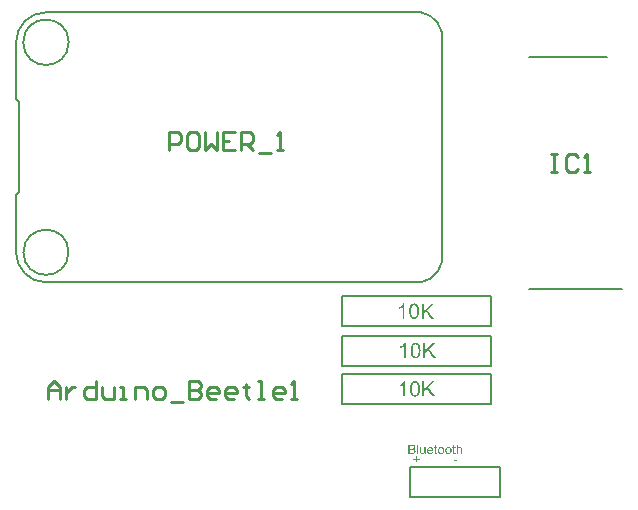
<source format=gto>
G04*
G04 #@! TF.GenerationSoftware,Altium Limited,Altium Designer,20.2.6 (244)*
G04*
G04 Layer_Color=65535*
%FSLAX43Y43*%
%MOMM*%
G71*
G04*
G04 #@! TF.SameCoordinates,70A9E041-225B-441C-BFEB-4F53169E124C*
G04*
G04*
G04 #@! TF.FilePolarity,Positive*
G04*
G01*
G75*
%ADD10C,0.127*%
%ADD11C,0.200*%
%ADD12C,0.254*%
G36*
X38167Y14370D02*
X38728Y13610D01*
X38504D01*
X38048Y14256D01*
X37839Y14054D01*
Y13610D01*
X37670D01*
Y14890D01*
X37839D01*
Y14255D01*
X38474Y14890D01*
X38705D01*
X38167Y14370D01*
D02*
G37*
G36*
X36217Y13610D02*
X36059D01*
Y14611D01*
X36059Y14610D01*
X36057Y14608D01*
X36054Y14605D01*
X36049Y14601D01*
X36044Y14597D01*
X36036Y14590D01*
X36028Y14584D01*
X36020Y14576D01*
X36009Y14569D01*
X35997Y14560D01*
X35985Y14551D01*
X35973Y14541D01*
X35958Y14532D01*
X35943Y14522D01*
X35910Y14502D01*
X35909Y14501D01*
X35906Y14499D01*
X35900Y14496D01*
X35894Y14493D01*
X35887Y14489D01*
X35877Y14483D01*
X35866Y14477D01*
X35855Y14471D01*
X35829Y14458D01*
X35801Y14445D01*
X35773Y14432D01*
X35745Y14421D01*
Y14573D01*
X35747Y14574D01*
X35751Y14576D01*
X35758Y14579D01*
X35767Y14584D01*
X35778Y14589D01*
X35792Y14597D01*
X35807Y14605D01*
X35823Y14614D01*
X35840Y14625D01*
X35859Y14637D01*
X35898Y14662D01*
X35937Y14691D01*
X35975Y14723D01*
X35976Y14723D01*
X35980Y14726D01*
X35985Y14731D01*
X35991Y14737D01*
X35999Y14746D01*
X36009Y14755D01*
X36019Y14766D01*
X36030Y14777D01*
X36041Y14790D01*
X36053Y14804D01*
X36076Y14833D01*
X36097Y14863D01*
X36107Y14879D01*
X36115Y14894D01*
X36217D01*
Y13610D01*
D02*
G37*
G36*
X37053Y14894D02*
X37062D01*
X37073Y14893D01*
X37084Y14891D01*
X37097Y14889D01*
X37125Y14884D01*
X37155Y14877D01*
X37186Y14867D01*
X37201Y14860D01*
X37216Y14853D01*
X37217D01*
X37220Y14851D01*
X37223Y14848D01*
X37229Y14845D01*
X37235Y14841D01*
X37243Y14835D01*
X37252Y14830D01*
X37261Y14822D01*
X37282Y14806D01*
X37303Y14784D01*
X37324Y14760D01*
X37344Y14733D01*
X37345Y14732D01*
X37346Y14729D01*
X37348Y14724D01*
X37352Y14719D01*
X37357Y14711D01*
X37361Y14702D01*
X37367Y14692D01*
X37372Y14680D01*
X37379Y14667D01*
X37385Y14652D01*
X37392Y14637D01*
X37399Y14620D01*
X37406Y14602D01*
X37411Y14584D01*
X37418Y14563D01*
X37423Y14543D01*
Y14542D01*
X37424Y14538D01*
X37426Y14532D01*
X37428Y14523D01*
X37430Y14512D01*
X37432Y14498D01*
X37435Y14482D01*
X37438Y14464D01*
X37441Y14443D01*
X37444Y14420D01*
X37446Y14395D01*
X37448Y14368D01*
X37450Y14340D01*
X37452Y14308D01*
X37453Y14276D01*
Y14241D01*
Y14240D01*
Y14238D01*
Y14235D01*
Y14231D01*
Y14226D01*
Y14220D01*
X37452Y14212D01*
Y14204D01*
X37451Y14184D01*
X37450Y14162D01*
X37449Y14138D01*
X37447Y14111D01*
X37444Y14083D01*
X37442Y14053D01*
X37433Y13993D01*
X37428Y13963D01*
X37421Y13933D01*
X37414Y13904D01*
X37406Y13877D01*
X37405Y13876D01*
X37404Y13871D01*
X37401Y13865D01*
X37397Y13854D01*
X37392Y13843D01*
X37386Y13829D01*
X37379Y13815D01*
X37371Y13799D01*
X37362Y13782D01*
X37351Y13765D01*
X37340Y13747D01*
X37328Y13729D01*
X37314Y13711D01*
X37299Y13694D01*
X37284Y13679D01*
X37267Y13664D01*
X37266Y13663D01*
X37262Y13661D01*
X37258Y13657D01*
X37250Y13652D01*
X37241Y13646D01*
X37231Y13640D01*
X37218Y13633D01*
X37204Y13627D01*
X37187Y13620D01*
X37170Y13613D01*
X37151Y13607D01*
X37131Y13601D01*
X37109Y13596D01*
X37086Y13593D01*
X37062Y13590D01*
X37036Y13589D01*
X37027D01*
X37018Y13590D01*
X37005Y13591D01*
X36990Y13593D01*
X36971Y13596D01*
X36952Y13600D01*
X36929Y13606D01*
X36906Y13612D01*
X36883Y13621D01*
X36859Y13632D01*
X36834Y13644D01*
X36810Y13659D01*
X36787Y13677D01*
X36765Y13697D01*
X36745Y13720D01*
Y13721D01*
X36744Y13722D01*
X36742Y13725D01*
X36739Y13728D01*
X36736Y13732D01*
X36733Y13738D01*
X36729Y13743D01*
X36725Y13751D01*
X36721Y13759D01*
X36715Y13768D01*
X36710Y13779D01*
X36705Y13790D01*
X36699Y13803D01*
X36694Y13816D01*
X36687Y13830D01*
X36682Y13845D01*
X36676Y13862D01*
X36670Y13879D01*
X36664Y13898D01*
X36659Y13918D01*
X36653Y13938D01*
X36648Y13961D01*
X36643Y13983D01*
X36638Y14008D01*
X36635Y14033D01*
X36631Y14059D01*
X36627Y14086D01*
X36624Y14115D01*
X36622Y14145D01*
X36621Y14175D01*
X36619Y14208D01*
Y14241D01*
Y14242D01*
Y14244D01*
Y14246D01*
Y14251D01*
Y14257D01*
Y14263D01*
X36620Y14270D01*
Y14279D01*
X36621Y14297D01*
X36622Y14319D01*
X36622Y14344D01*
X36624Y14371D01*
X36627Y14400D01*
X36630Y14429D01*
X36638Y14490D01*
X36644Y14521D01*
X36650Y14551D01*
X36657Y14579D01*
X36665Y14606D01*
X36666Y14608D01*
X36667Y14612D01*
X36670Y14619D01*
X36673Y14629D01*
X36679Y14640D01*
X36684Y14654D01*
X36692Y14669D01*
X36700Y14685D01*
X36708Y14701D01*
X36720Y14719D01*
X36731Y14737D01*
X36743Y14755D01*
X36757Y14772D01*
X36771Y14789D01*
X36787Y14805D01*
X36804Y14820D01*
X36805Y14821D01*
X36808Y14823D01*
X36813Y14827D01*
X36820Y14832D01*
X36830Y14837D01*
X36841Y14844D01*
X36853Y14850D01*
X36868Y14858D01*
X36883Y14864D01*
X36901Y14870D01*
X36920Y14877D01*
X36941Y14882D01*
X36963Y14888D01*
X36986Y14892D01*
X37010Y14894D01*
X37036Y14894D01*
X37046D01*
X37053Y14894D01*
D02*
G37*
G36*
X37882Y5477D02*
X37795D01*
Y5561D01*
X37794Y5560D01*
X37792Y5557D01*
X37788Y5552D01*
X37782Y5546D01*
X37776Y5539D01*
X37767Y5531D01*
X37758Y5522D01*
X37746Y5513D01*
X37734Y5504D01*
X37720Y5495D01*
X37705Y5486D01*
X37689Y5479D01*
X37671Y5473D01*
X37652Y5468D01*
X37633Y5465D01*
X37611Y5464D01*
X37606D01*
X37603Y5465D01*
X37598D01*
X37593Y5465D01*
X37586Y5466D01*
X37580Y5466D01*
X37565Y5469D01*
X37549Y5472D01*
X37532Y5477D01*
X37515Y5483D01*
X37515D01*
X37514Y5484D01*
X37511Y5485D01*
X37508Y5486D01*
X37505Y5488D01*
X37501Y5490D01*
X37491Y5496D01*
X37480Y5504D01*
X37469Y5512D01*
X37459Y5522D01*
X37450Y5532D01*
Y5533D01*
X37449Y5533D01*
X37448Y5535D01*
X37446Y5537D01*
X37445Y5540D01*
X37443Y5544D01*
X37438Y5552D01*
X37433Y5563D01*
X37428Y5576D01*
X37424Y5590D01*
X37420Y5605D01*
Y5606D01*
Y5606D01*
X37419Y5608D01*
X37419Y5611D01*
Y5614D01*
X37418Y5618D01*
X37417Y5622D01*
X37417Y5628D01*
X37416Y5633D01*
X37416Y5640D01*
X37415Y5648D01*
Y5656D01*
X37415Y5665D01*
X37414Y5674D01*
Y5685D01*
Y5696D01*
Y6055D01*
X37512D01*
Y5734D01*
Y5733D01*
Y5730D01*
Y5726D01*
Y5722D01*
Y5715D01*
X37513Y5708D01*
Y5700D01*
Y5692D01*
X37513Y5675D01*
X37514Y5658D01*
X37515Y5650D01*
X37516Y5643D01*
X37517Y5636D01*
X37518Y5631D01*
Y5630D01*
X37518Y5629D01*
X37519Y5627D01*
X37520Y5624D01*
X37521Y5621D01*
X37522Y5617D01*
X37526Y5609D01*
X37532Y5599D01*
X37538Y5588D01*
X37547Y5579D01*
X37557Y5570D01*
X37558D01*
X37558Y5569D01*
X37560Y5568D01*
X37562Y5567D01*
X37565Y5565D01*
X37569Y5563D01*
X37578Y5559D01*
X37588Y5555D01*
X37601Y5552D01*
X37615Y5549D01*
X37631Y5548D01*
X37635D01*
X37638Y5549D01*
X37642D01*
X37647Y5549D01*
X37652Y5550D01*
X37657Y5551D01*
X37670Y5554D01*
X37684Y5557D01*
X37699Y5563D01*
X37713Y5571D01*
X37714D01*
X37715Y5572D01*
X37717Y5573D01*
X37720Y5575D01*
X37727Y5580D01*
X37735Y5587D01*
X37744Y5595D01*
X37752Y5606D01*
X37761Y5618D01*
X37768Y5632D01*
Y5632D01*
X37769Y5633D01*
X37770Y5636D01*
X37770Y5639D01*
X37772Y5643D01*
X37773Y5648D01*
X37774Y5654D01*
X37776Y5661D01*
X37778Y5668D01*
X37779Y5677D01*
X37781Y5686D01*
X37782Y5696D01*
X37782Y5707D01*
X37784Y5719D01*
X37784Y5731D01*
Y5745D01*
Y6055D01*
X37882D01*
Y5477D01*
D02*
G37*
G36*
X40612Y5988D02*
X40613Y5989D01*
X40615Y5992D01*
X40619Y5996D01*
X40624Y6001D01*
X40631Y6007D01*
X40639Y6013D01*
X40649Y6020D01*
X40660Y6028D01*
X40672Y6035D01*
X40685Y6042D01*
X40699Y6049D01*
X40714Y6055D01*
X40731Y6060D01*
X40748Y6064D01*
X40766Y6066D01*
X40785Y6068D01*
X40792D01*
X40796Y6067D01*
X40801D01*
X40808Y6066D01*
X40815Y6065D01*
X40823Y6065D01*
X40841Y6061D01*
X40859Y6057D01*
X40878Y6051D01*
X40887Y6047D01*
X40897Y6042D01*
X40897D01*
X40899Y6041D01*
X40901Y6039D01*
X40905Y6038D01*
X40908Y6035D01*
X40913Y6032D01*
X40923Y6024D01*
X40934Y6014D01*
X40946Y6002D01*
X40956Y5988D01*
X40961Y5980D01*
X40965Y5972D01*
Y5971D01*
X40966Y5970D01*
X40966Y5967D01*
X40968Y5964D01*
X40969Y5959D01*
X40971Y5953D01*
X40973Y5947D01*
X40975Y5939D01*
X40977Y5930D01*
X40979Y5921D01*
X40981Y5910D01*
X40982Y5899D01*
X40984Y5886D01*
X40984Y5873D01*
X40985Y5858D01*
Y5843D01*
Y5477D01*
X40887D01*
Y5843D01*
Y5843D01*
Y5846D01*
Y5850D01*
X40887Y5855D01*
X40886Y5861D01*
X40886Y5868D01*
X40884Y5876D01*
X40883Y5884D01*
X40879Y5901D01*
X40874Y5919D01*
X40870Y5927D01*
X40866Y5935D01*
X40861Y5943D01*
X40855Y5949D01*
X40854Y5950D01*
X40853Y5951D01*
X40852Y5952D01*
X40849Y5955D01*
X40846Y5957D01*
X40842Y5960D01*
X40837Y5963D01*
X40832Y5967D01*
X40826Y5970D01*
X40819Y5972D01*
X40812Y5975D01*
X40804Y5978D01*
X40795Y5981D01*
X40786Y5982D01*
X40775Y5983D01*
X40765Y5983D01*
X40761D01*
X40758Y5983D01*
X40754D01*
X40749Y5982D01*
X40744Y5982D01*
X40739Y5981D01*
X40726Y5978D01*
X40712Y5974D01*
X40697Y5968D01*
X40683Y5960D01*
X40682D01*
X40681Y5959D01*
X40679Y5958D01*
X40676Y5956D01*
X40670Y5951D01*
X40662Y5944D01*
X40653Y5936D01*
X40644Y5925D01*
X40635Y5913D01*
X40628Y5899D01*
Y5899D01*
X40628Y5898D01*
X40627Y5895D01*
X40626Y5892D01*
X40625Y5888D01*
X40623Y5884D01*
X40622Y5878D01*
X40620Y5872D01*
X40619Y5864D01*
X40618Y5856D01*
X40616Y5847D01*
X40615Y5838D01*
X40614Y5828D01*
X40613Y5817D01*
X40612Y5805D01*
Y5793D01*
Y5477D01*
X40514D01*
Y6275D01*
X40612D01*
Y5988D01*
D02*
G37*
G36*
X37265Y5477D02*
X37167D01*
Y6275D01*
X37265D01*
Y5477D01*
D02*
G37*
G36*
X36748Y6274D02*
X36756D01*
X36764Y6273D01*
X36775Y6272D01*
X36785Y6272D01*
X36797Y6270D01*
X36809Y6269D01*
X36833Y6264D01*
X36857Y6258D01*
X36869Y6254D01*
X36879Y6250D01*
X36880D01*
X36881Y6249D01*
X36884Y6248D01*
X36888Y6245D01*
X36893Y6243D01*
X36898Y6239D01*
X36904Y6236D01*
X36911Y6231D01*
X36918Y6227D01*
X36925Y6221D01*
X36931Y6215D01*
X36939Y6208D01*
X36946Y6201D01*
X36953Y6193D01*
X36959Y6185D01*
X36965Y6175D01*
X36966Y6175D01*
X36967Y6173D01*
X36968Y6170D01*
X36971Y6167D01*
X36973Y6162D01*
X36975Y6156D01*
X36978Y6151D01*
X36982Y6144D01*
X36984Y6136D01*
X36987Y6128D01*
X36992Y6110D01*
X36996Y6090D01*
X36997Y6080D01*
X36997Y6070D01*
Y6069D01*
Y6068D01*
Y6065D01*
X36997Y6061D01*
Y6057D01*
X36995Y6051D01*
X36995Y6045D01*
X36994Y6039D01*
X36990Y6024D01*
X36985Y6008D01*
X36982Y5999D01*
X36978Y5991D01*
X36974Y5982D01*
X36969Y5974D01*
X36968Y5973D01*
X36968Y5972D01*
X36966Y5970D01*
X36964Y5966D01*
X36961Y5962D01*
X36957Y5958D01*
X36953Y5953D01*
X36948Y5948D01*
X36942Y5942D01*
X36937Y5936D01*
X36930Y5930D01*
X36922Y5924D01*
X36914Y5918D01*
X36905Y5912D01*
X36896Y5906D01*
X36885Y5901D01*
X36886D01*
X36889Y5900D01*
X36892Y5899D01*
X36897Y5897D01*
X36903Y5895D01*
X36910Y5892D01*
X36918Y5888D01*
X36926Y5884D01*
X36935Y5879D01*
X36945Y5874D01*
X36954Y5868D01*
X36963Y5861D01*
X36972Y5854D01*
X36981Y5846D01*
X36989Y5838D01*
X36997Y5828D01*
X36997Y5828D01*
X36998Y5826D01*
X37000Y5823D01*
X37003Y5819D01*
X37006Y5815D01*
X37009Y5809D01*
X37013Y5802D01*
X37016Y5794D01*
X37020Y5786D01*
X37024Y5776D01*
X37027Y5767D01*
X37029Y5756D01*
X37032Y5745D01*
X37034Y5733D01*
X37035Y5721D01*
X37036Y5708D01*
Y5707D01*
Y5706D01*
Y5702D01*
X37035Y5698D01*
Y5693D01*
X37035Y5688D01*
X37034Y5681D01*
X37033Y5674D01*
X37030Y5658D01*
X37025Y5640D01*
X37020Y5621D01*
X37012Y5603D01*
Y5602D01*
X37010Y5601D01*
X37009Y5598D01*
X37008Y5595D01*
X37005Y5591D01*
X37002Y5586D01*
X36995Y5576D01*
X36987Y5564D01*
X36977Y5552D01*
X36966Y5539D01*
X36953Y5529D01*
X36953D01*
X36952Y5528D01*
X36950Y5527D01*
X36947Y5525D01*
X36944Y5523D01*
X36939Y5520D01*
X36935Y5518D01*
X36930Y5515D01*
X36923Y5511D01*
X36917Y5508D01*
X36902Y5501D01*
X36885Y5496D01*
X36866Y5490D01*
X36866D01*
X36864Y5489D01*
X36861Y5489D01*
X36857Y5488D01*
X36852Y5487D01*
X36846Y5486D01*
X36839Y5485D01*
X36831Y5484D01*
X36822Y5482D01*
X36812Y5481D01*
X36801Y5480D01*
X36790Y5479D01*
X36778Y5478D01*
X36765Y5477D01*
X36752Y5477D01*
X36434D01*
Y6275D01*
X36741D01*
X36748Y6274D01*
D02*
G37*
G36*
X40321Y6055D02*
X40419D01*
Y5979D01*
X40321D01*
Y5640D01*
Y5640D01*
Y5639D01*
Y5636D01*
Y5633D01*
Y5627D01*
X40322Y5618D01*
X40322Y5609D01*
X40323Y5600D01*
X40324Y5593D01*
X40325Y5590D01*
X40326Y5587D01*
Y5586D01*
X40327Y5585D01*
X40328Y5583D01*
X40330Y5580D01*
X40335Y5574D01*
X40338Y5571D01*
X40342Y5568D01*
X40343D01*
X40345Y5567D01*
X40347Y5565D01*
X40351Y5564D01*
X40356Y5563D01*
X40361Y5562D01*
X40368Y5561D01*
X40376Y5561D01*
X40382D01*
X40387Y5561D01*
X40393D01*
X40401Y5563D01*
X40409Y5563D01*
X40419Y5564D01*
X40433Y5478D01*
X40432D01*
X40431Y5477D01*
X40429D01*
X40426Y5477D01*
X40423Y5476D01*
X40418Y5475D01*
X40408Y5474D01*
X40397Y5472D01*
X40384Y5470D01*
X40371Y5470D01*
X40359Y5469D01*
X40350D01*
X40345Y5470D01*
X40340Y5470D01*
X40329Y5471D01*
X40315Y5473D01*
X40302Y5476D01*
X40288Y5480D01*
X40276Y5486D01*
X40276D01*
X40275Y5486D01*
X40272Y5489D01*
X40266Y5493D01*
X40260Y5497D01*
X40253Y5504D01*
X40246Y5511D01*
X40240Y5520D01*
X40235Y5530D01*
Y5530D01*
X40234Y5531D01*
X40234Y5533D01*
X40233Y5535D01*
X40232Y5539D01*
X40231Y5543D01*
X40230Y5548D01*
X40229Y5554D01*
X40228Y5562D01*
X40227Y5570D01*
X40226Y5580D01*
X40225Y5590D01*
X40224Y5602D01*
X40224Y5615D01*
X40223Y5630D01*
Y5646D01*
Y5979D01*
X40150D01*
Y6055D01*
X40223D01*
Y6198D01*
X40321Y6257D01*
Y6055D01*
D02*
G37*
G36*
X38772D02*
X38869D01*
Y5979D01*
X38772D01*
Y5640D01*
Y5640D01*
Y5639D01*
Y5636D01*
Y5633D01*
Y5627D01*
X38772Y5618D01*
X38773Y5609D01*
X38774Y5600D01*
X38775Y5593D01*
X38776Y5590D01*
X38776Y5587D01*
Y5586D01*
X38778Y5585D01*
X38779Y5583D01*
X38781Y5580D01*
X38786Y5574D01*
X38789Y5571D01*
X38793Y5568D01*
X38794D01*
X38796Y5567D01*
X38798Y5565D01*
X38802Y5564D01*
X38806Y5563D01*
X38812Y5562D01*
X38819Y5561D01*
X38827Y5561D01*
X38833D01*
X38838Y5561D01*
X38844D01*
X38851Y5563D01*
X38860Y5563D01*
X38869Y5564D01*
X38884Y5478D01*
X38883D01*
X38882Y5477D01*
X38880D01*
X38877Y5477D01*
X38873Y5476D01*
X38869Y5475D01*
X38859Y5474D01*
X38847Y5472D01*
X38835Y5470D01*
X38822Y5470D01*
X38809Y5469D01*
X38801D01*
X38796Y5470D01*
X38791Y5470D01*
X38779Y5471D01*
X38766Y5473D01*
X38752Y5476D01*
X38739Y5480D01*
X38727Y5486D01*
X38726D01*
X38726Y5486D01*
X38722Y5489D01*
X38717Y5493D01*
X38711Y5497D01*
X38704Y5504D01*
X38697Y5511D01*
X38691Y5520D01*
X38685Y5530D01*
Y5530D01*
X38685Y5531D01*
X38684Y5533D01*
X38684Y5535D01*
X38682Y5539D01*
X38682Y5543D01*
X38681Y5548D01*
X38680Y5554D01*
X38678Y5562D01*
X38677Y5570D01*
X38677Y5580D01*
X38676Y5590D01*
X38675Y5602D01*
X38674Y5615D01*
X38674Y5630D01*
Y5646D01*
Y5979D01*
X38601D01*
Y6055D01*
X38674D01*
Y6198D01*
X38772Y6257D01*
Y6055D01*
D02*
G37*
G36*
X39830Y6067D02*
X39839Y6066D01*
X39849Y6065D01*
X39860Y6064D01*
X39874Y6061D01*
X39888Y6058D01*
X39903Y6054D01*
X39919Y6049D01*
X39935Y6042D01*
X39952Y6035D01*
X39968Y6026D01*
X39984Y6015D01*
X39999Y6003D01*
X40014Y5989D01*
X40015Y5988D01*
X40017Y5986D01*
X40021Y5981D01*
X40026Y5975D01*
X40032Y5967D01*
X40038Y5957D01*
X40045Y5946D01*
X40052Y5933D01*
X40059Y5918D01*
X40066Y5902D01*
X40072Y5885D01*
X40078Y5865D01*
X40083Y5844D01*
X40086Y5823D01*
X40089Y5799D01*
X40090Y5774D01*
Y5773D01*
Y5772D01*
Y5771D01*
Y5769D01*
Y5763D01*
X40089Y5755D01*
X40089Y5746D01*
X40088Y5735D01*
X40087Y5723D01*
X40086Y5710D01*
X40084Y5696D01*
X40082Y5682D01*
X40079Y5667D01*
X40076Y5652D01*
X40071Y5638D01*
X40067Y5624D01*
X40062Y5611D01*
X40056Y5598D01*
X40055Y5598D01*
X40054Y5595D01*
X40052Y5592D01*
X40050Y5588D01*
X40046Y5582D01*
X40042Y5576D01*
X40037Y5569D01*
X40031Y5562D01*
X40025Y5554D01*
X40017Y5546D01*
X40009Y5538D01*
X40001Y5530D01*
X39991Y5522D01*
X39981Y5514D01*
X39970Y5506D01*
X39958Y5499D01*
X39958Y5499D01*
X39956Y5497D01*
X39952Y5496D01*
X39948Y5494D01*
X39941Y5491D01*
X39934Y5488D01*
X39926Y5485D01*
X39918Y5482D01*
X39907Y5478D01*
X39897Y5475D01*
X39885Y5472D01*
X39873Y5470D01*
X39860Y5467D01*
X39847Y5466D01*
X39833Y5465D01*
X39819Y5464D01*
X39814D01*
X39811Y5465D01*
X39807D01*
X39799Y5465D01*
X39788Y5466D01*
X39777Y5468D01*
X39764Y5470D01*
X39749Y5474D01*
X39734Y5478D01*
X39718Y5483D01*
X39701Y5489D01*
X39685Y5497D01*
X39669Y5505D01*
X39653Y5516D01*
X39637Y5527D01*
X39623Y5541D01*
X39622Y5542D01*
X39619Y5545D01*
X39616Y5549D01*
X39611Y5556D01*
X39606Y5564D01*
X39599Y5574D01*
X39593Y5585D01*
X39586Y5598D01*
X39579Y5613D01*
X39572Y5630D01*
X39566Y5648D01*
X39560Y5669D01*
X39555Y5691D01*
X39552Y5714D01*
X39549Y5739D01*
X39549Y5766D01*
Y5766D01*
Y5767D01*
Y5770D01*
Y5772D01*
X39549Y5776D01*
Y5781D01*
X39550Y5786D01*
Y5792D01*
X39550Y5798D01*
X39551Y5805D01*
X39553Y5820D01*
X39556Y5837D01*
X39559Y5855D01*
X39564Y5874D01*
X39570Y5894D01*
X39577Y5914D01*
X39586Y5933D01*
X39596Y5952D01*
X39608Y5971D01*
X39622Y5987D01*
X39637Y6003D01*
X39638Y6004D01*
X39641Y6006D01*
X39645Y6009D01*
X39651Y6013D01*
X39658Y6018D01*
X39667Y6023D01*
X39677Y6030D01*
X39688Y6035D01*
X39701Y6041D01*
X39715Y6047D01*
X39730Y6053D01*
X39746Y6058D01*
X39762Y6062D01*
X39780Y6065D01*
X39799Y6067D01*
X39819Y6068D01*
X39827D01*
X39830Y6067D01*
D02*
G37*
G36*
X39211D02*
X39219Y6066D01*
X39229Y6065D01*
X39241Y6064D01*
X39254Y6061D01*
X39268Y6058D01*
X39283Y6054D01*
X39299Y6049D01*
X39316Y6042D01*
X39332Y6035D01*
X39348Y6026D01*
X39364Y6015D01*
X39380Y6003D01*
X39394Y5989D01*
X39395Y5988D01*
X39397Y5986D01*
X39401Y5981D01*
X39406Y5975D01*
X39412Y5967D01*
X39418Y5957D01*
X39425Y5946D01*
X39432Y5933D01*
X39439Y5918D01*
X39446Y5902D01*
X39452Y5885D01*
X39458Y5865D01*
X39463Y5844D01*
X39467Y5823D01*
X39470Y5799D01*
X39470Y5774D01*
Y5773D01*
Y5772D01*
Y5771D01*
Y5769D01*
Y5763D01*
X39470Y5755D01*
X39469Y5746D01*
X39468Y5735D01*
X39467Y5723D01*
X39466Y5710D01*
X39464Y5696D01*
X39462Y5682D01*
X39459Y5667D01*
X39456Y5652D01*
X39452Y5638D01*
X39448Y5624D01*
X39442Y5611D01*
X39436Y5598D01*
X39436Y5598D01*
X39434Y5595D01*
X39433Y5592D01*
X39430Y5588D01*
X39426Y5582D01*
X39422Y5576D01*
X39417Y5569D01*
X39411Y5562D01*
X39405Y5554D01*
X39397Y5546D01*
X39389Y5538D01*
X39381Y5530D01*
X39372Y5522D01*
X39361Y5514D01*
X39350Y5506D01*
X39339Y5499D01*
X39338Y5499D01*
X39336Y5497D01*
X39332Y5496D01*
X39328Y5494D01*
X39321Y5491D01*
X39314Y5488D01*
X39306Y5485D01*
X39298Y5482D01*
X39287Y5478D01*
X39277Y5475D01*
X39265Y5472D01*
X39253Y5470D01*
X39240Y5467D01*
X39227Y5466D01*
X39214Y5465D01*
X39199Y5464D01*
X39194D01*
X39191Y5465D01*
X39188D01*
X39179Y5465D01*
X39169Y5466D01*
X39157Y5468D01*
X39144Y5470D01*
X39129Y5474D01*
X39114Y5478D01*
X39098Y5483D01*
X39081Y5489D01*
X39065Y5497D01*
X39049Y5505D01*
X39033Y5516D01*
X39017Y5527D01*
X39003Y5541D01*
X39002Y5542D01*
X39000Y5545D01*
X38996Y5549D01*
X38992Y5556D01*
X38986Y5564D01*
X38979Y5574D01*
X38973Y5585D01*
X38966Y5598D01*
X38959Y5613D01*
X38952Y5630D01*
X38946Y5648D01*
X38940Y5669D01*
X38936Y5691D01*
X38932Y5714D01*
X38929Y5739D01*
X38929Y5766D01*
Y5766D01*
Y5767D01*
Y5770D01*
Y5772D01*
X38929Y5776D01*
Y5781D01*
X38930Y5786D01*
Y5792D01*
X38930Y5798D01*
X38932Y5805D01*
X38933Y5820D01*
X38936Y5837D01*
X38940Y5855D01*
X38944Y5874D01*
X38951Y5894D01*
X38958Y5914D01*
X38966Y5933D01*
X38977Y5952D01*
X38988Y5971D01*
X39002Y5987D01*
X39017Y6003D01*
X39019Y6004D01*
X39021Y6006D01*
X39025Y6009D01*
X39031Y6013D01*
X39038Y6018D01*
X39047Y6023D01*
X39057Y6030D01*
X39068Y6035D01*
X39081Y6041D01*
X39095Y6047D01*
X39110Y6053D01*
X39126Y6058D01*
X39143Y6062D01*
X39160Y6065D01*
X39180Y6067D01*
X39199Y6068D01*
X39207D01*
X39211Y6067D01*
D02*
G37*
G36*
X38284D02*
X38292Y6066D01*
X38303Y6065D01*
X38313Y6064D01*
X38326Y6061D01*
X38340Y6058D01*
X38355Y6054D01*
X38370Y6049D01*
X38386Y6042D01*
X38402Y6034D01*
X38418Y6026D01*
X38433Y6015D01*
X38448Y6002D01*
X38462Y5989D01*
X38463Y5987D01*
X38466Y5985D01*
X38469Y5981D01*
X38474Y5974D01*
X38480Y5966D01*
X38486Y5956D01*
X38492Y5945D01*
X38499Y5932D01*
X38506Y5917D01*
X38513Y5900D01*
X38519Y5881D01*
X38525Y5862D01*
X38529Y5840D01*
X38533Y5817D01*
X38535Y5793D01*
X38536Y5767D01*
Y5766D01*
Y5765D01*
Y5763D01*
Y5760D01*
Y5756D01*
Y5752D01*
X38535Y5747D01*
Y5741D01*
X38104D01*
Y5740D01*
X38105Y5737D01*
Y5731D01*
X38106Y5725D01*
X38107Y5717D01*
X38108Y5708D01*
X38111Y5698D01*
X38113Y5687D01*
X38116Y5675D01*
X38120Y5663D01*
X38124Y5651D01*
X38129Y5639D01*
X38135Y5627D01*
X38142Y5616D01*
X38149Y5605D01*
X38158Y5595D01*
X38158Y5594D01*
X38160Y5593D01*
X38163Y5590D01*
X38166Y5587D01*
X38171Y5583D01*
X38177Y5579D01*
X38184Y5575D01*
X38191Y5570D01*
X38199Y5565D01*
X38209Y5561D01*
X38218Y5556D01*
X38229Y5553D01*
X38241Y5549D01*
X38253Y5547D01*
X38266Y5545D01*
X38279Y5545D01*
X38284D01*
X38288Y5545D01*
X38293Y5546D01*
X38298Y5546D01*
X38304Y5547D01*
X38311Y5548D01*
X38325Y5552D01*
X38341Y5557D01*
X38349Y5560D01*
X38356Y5564D01*
X38364Y5568D01*
X38371Y5573D01*
X38372Y5574D01*
X38373Y5574D01*
X38375Y5576D01*
X38377Y5578D01*
X38381Y5582D01*
X38384Y5585D01*
X38388Y5590D01*
X38393Y5595D01*
X38398Y5601D01*
X38403Y5608D01*
X38407Y5615D01*
X38413Y5623D01*
X38418Y5632D01*
X38422Y5642D01*
X38427Y5652D01*
X38432Y5664D01*
X38533Y5651D01*
Y5650D01*
X38531Y5647D01*
X38530Y5642D01*
X38528Y5636D01*
X38525Y5629D01*
X38522Y5620D01*
X38518Y5610D01*
X38512Y5600D01*
X38507Y5590D01*
X38500Y5578D01*
X38493Y5567D01*
X38485Y5555D01*
X38476Y5544D01*
X38466Y5533D01*
X38455Y5523D01*
X38444Y5513D01*
X38443Y5512D01*
X38441Y5511D01*
X38437Y5508D01*
X38432Y5505D01*
X38426Y5501D01*
X38418Y5497D01*
X38409Y5493D01*
X38399Y5489D01*
X38387Y5484D01*
X38375Y5480D01*
X38361Y5475D01*
X38347Y5471D01*
X38331Y5469D01*
X38315Y5466D01*
X38297Y5465D01*
X38278Y5464D01*
X38273D01*
X38270Y5465D01*
X38266D01*
X38258Y5465D01*
X38247Y5466D01*
X38235Y5468D01*
X38221Y5470D01*
X38206Y5474D01*
X38190Y5478D01*
X38173Y5483D01*
X38157Y5489D01*
X38140Y5497D01*
X38123Y5505D01*
X38107Y5516D01*
X38092Y5528D01*
X38077Y5542D01*
X38077Y5543D01*
X38074Y5545D01*
X38070Y5550D01*
X38066Y5556D01*
X38060Y5564D01*
X38054Y5574D01*
X38047Y5585D01*
X38040Y5598D01*
X38033Y5613D01*
X38027Y5629D01*
X38021Y5647D01*
X38015Y5667D01*
X38010Y5688D01*
X38007Y5711D01*
X38004Y5735D01*
X38003Y5761D01*
Y5761D01*
Y5763D01*
Y5764D01*
Y5767D01*
X38004Y5771D01*
Y5775D01*
Y5779D01*
X38004Y5785D01*
X38006Y5797D01*
X38007Y5811D01*
X38010Y5827D01*
X38013Y5844D01*
X38017Y5861D01*
X38022Y5880D01*
X38028Y5899D01*
X38035Y5918D01*
X38044Y5936D01*
X38053Y5954D01*
X38065Y5971D01*
X38078Y5987D01*
X38079Y5988D01*
X38082Y5990D01*
X38086Y5994D01*
X38092Y6000D01*
X38100Y6006D01*
X38108Y6012D01*
X38119Y6020D01*
X38131Y6027D01*
X38144Y6035D01*
X38159Y6042D01*
X38175Y6049D01*
X38192Y6055D01*
X38211Y6060D01*
X38230Y6064D01*
X38251Y6066D01*
X38273Y6068D01*
X38278D01*
X38284Y6067D01*
D02*
G37*
G36*
X40566Y4887D02*
X40263D01*
Y4986D01*
X40566D01*
Y4887D01*
D02*
G37*
G36*
X37163Y5087D02*
X37381D01*
Y4995D01*
X37163D01*
Y4777D01*
X37071D01*
Y4995D01*
X36854D01*
Y5087D01*
X37071D01*
Y5304D01*
X37163D01*
Y5087D01*
D02*
G37*
G36*
X38040Y17698D02*
X38601Y16938D01*
X38377D01*
X37921Y17583D01*
X37712Y17381D01*
Y16938D01*
X37543D01*
Y18217D01*
X37712D01*
Y17582D01*
X38347Y18217D01*
X38578D01*
X38040Y17698D01*
D02*
G37*
G36*
X36090Y16938D02*
X35932D01*
Y17938D01*
X35932Y17937D01*
X35930Y17935D01*
X35927Y17932D01*
X35922Y17929D01*
X35917Y17924D01*
X35909Y17918D01*
X35901Y17911D01*
X35893Y17904D01*
X35882Y17896D01*
X35870Y17887D01*
X35858Y17879D01*
X35846Y17869D01*
X35831Y17859D01*
X35816Y17849D01*
X35783Y17829D01*
X35782Y17828D01*
X35779Y17826D01*
X35773Y17823D01*
X35767Y17821D01*
X35760Y17816D01*
X35750Y17810D01*
X35739Y17805D01*
X35728Y17798D01*
X35702Y17785D01*
X35674Y17773D01*
X35646Y17760D01*
X35618Y17749D01*
Y17900D01*
X35620Y17901D01*
X35624Y17903D01*
X35631Y17907D01*
X35640Y17911D01*
X35651Y17917D01*
X35665Y17924D01*
X35680Y17932D01*
X35696Y17942D01*
X35713Y17953D01*
X35732Y17964D01*
X35771Y17990D01*
X35810Y18018D01*
X35848Y18050D01*
X35849Y18051D01*
X35853Y18054D01*
X35858Y18058D01*
X35864Y18065D01*
X35872Y18073D01*
X35882Y18082D01*
X35892Y18093D01*
X35903Y18104D01*
X35914Y18117D01*
X35926Y18131D01*
X35949Y18160D01*
X35970Y18190D01*
X35980Y18206D01*
X35988Y18222D01*
X36090D01*
Y16938D01*
D02*
G37*
G36*
X36926Y18221D02*
X36935D01*
X36946Y18220D01*
X36957Y18218D01*
X36970Y18216D01*
X36998Y18212D01*
X37028Y18204D01*
X37059Y18194D01*
X37074Y18188D01*
X37089Y18180D01*
X37090D01*
X37093Y18178D01*
X37096Y18176D01*
X37102Y18173D01*
X37108Y18168D01*
X37116Y18163D01*
X37125Y18157D01*
X37134Y18150D01*
X37155Y18133D01*
X37176Y18112D01*
X37197Y18088D01*
X37217Y18060D01*
X37218Y18059D01*
X37218Y18056D01*
X37221Y18052D01*
X37225Y18046D01*
X37230Y18039D01*
X37234Y18030D01*
X37240Y18019D01*
X37245Y18007D01*
X37252Y17994D01*
X37258Y17980D01*
X37265Y17964D01*
X37272Y17947D01*
X37279Y17930D01*
X37284Y17911D01*
X37291Y17891D01*
X37296Y17871D01*
Y17870D01*
X37297Y17865D01*
X37299Y17859D01*
X37301Y17850D01*
X37303Y17839D01*
X37305Y17825D01*
X37308Y17810D01*
X37311Y17791D01*
X37314Y17771D01*
X37317Y17748D01*
X37319Y17723D01*
X37321Y17696D01*
X37323Y17667D01*
X37325Y17636D01*
X37326Y17603D01*
Y17568D01*
Y17567D01*
Y17565D01*
Y17563D01*
Y17558D01*
Y17553D01*
Y17547D01*
X37325Y17540D01*
Y17531D01*
X37324Y17512D01*
X37323Y17490D01*
X37322Y17466D01*
X37320Y17439D01*
X37317Y17410D01*
X37315Y17381D01*
X37306Y17320D01*
X37301Y17290D01*
X37294Y17260D01*
X37287Y17232D01*
X37279Y17205D01*
X37278Y17203D01*
X37277Y17198D01*
X37274Y17192D01*
X37270Y17182D01*
X37265Y17171D01*
X37259Y17157D01*
X37252Y17142D01*
X37244Y17126D01*
X37235Y17110D01*
X37224Y17092D01*
X37213Y17074D01*
X37201Y17056D01*
X37187Y17038D01*
X37172Y17022D01*
X37157Y17006D01*
X37140Y16991D01*
X37139Y16990D01*
X37135Y16989D01*
X37131Y16985D01*
X37123Y16979D01*
X37114Y16974D01*
X37104Y16967D01*
X37091Y16961D01*
X37077Y16954D01*
X37060Y16947D01*
X37043Y16940D01*
X37024Y16934D01*
X37004Y16928D01*
X36982Y16924D01*
X36959Y16920D01*
X36935Y16917D01*
X36909Y16916D01*
X36900D01*
X36891Y16917D01*
X36878Y16918D01*
X36863Y16920D01*
X36844Y16924D01*
X36825Y16927D01*
X36802Y16933D01*
X36779Y16940D01*
X36756Y16949D01*
X36732Y16959D01*
X36707Y16972D01*
X36683Y16987D01*
X36660Y17004D01*
X36638Y17025D01*
X36618Y17048D01*
Y17049D01*
X36617Y17050D01*
X36615Y17052D01*
X36612Y17055D01*
X36609Y17060D01*
X36606Y17065D01*
X36602Y17071D01*
X36598Y17078D01*
X36593Y17087D01*
X36588Y17096D01*
X36583Y17106D01*
X36578Y17117D01*
X36572Y17130D01*
X36567Y17143D01*
X36560Y17158D01*
X36555Y17173D01*
X36549Y17189D01*
X36543Y17207D01*
X36537Y17225D01*
X36532Y17246D01*
X36526Y17266D01*
X36521Y17288D01*
X36516Y17310D01*
X36511Y17335D01*
X36508Y17360D01*
X36504Y17386D01*
X36500Y17414D01*
X36497Y17442D01*
X36495Y17472D01*
X36494Y17503D01*
X36492Y17535D01*
Y17568D01*
Y17569D01*
Y17571D01*
Y17574D01*
Y17578D01*
Y17584D01*
Y17590D01*
X36493Y17598D01*
Y17606D01*
X36494Y17625D01*
X36495Y17647D01*
X36495Y17672D01*
X36497Y17699D01*
X36500Y17727D01*
X36503Y17757D01*
X36511Y17818D01*
X36517Y17848D01*
X36523Y17878D01*
X36530Y17907D01*
X36538Y17933D01*
X36539Y17935D01*
X36540Y17940D01*
X36543Y17946D01*
X36546Y17957D01*
X36552Y17968D01*
X36557Y17981D01*
X36565Y17996D01*
X36573Y18012D01*
X36581Y18029D01*
X36593Y18046D01*
X36604Y18065D01*
X36616Y18082D01*
X36630Y18100D01*
X36644Y18116D01*
X36660Y18132D01*
X36677Y18147D01*
X36678Y18148D01*
X36681Y18151D01*
X36686Y18154D01*
X36693Y18159D01*
X36703Y18165D01*
X36714Y18171D01*
X36726Y18177D01*
X36741Y18185D01*
X36756Y18191D01*
X36774Y18198D01*
X36793Y18204D01*
X36814Y18210D01*
X36836Y18215D01*
X36859Y18219D01*
X36883Y18221D01*
X36909Y18222D01*
X36919D01*
X36926Y18221D01*
D02*
G37*
G36*
X38116Y11119D02*
X38677Y10359D01*
X38453D01*
X37997Y11004D01*
X37788Y10803D01*
Y10359D01*
X37619D01*
Y11639D01*
X37788D01*
Y11003D01*
X38424Y11639D01*
X38654D01*
X38116Y11119D01*
D02*
G37*
G36*
X36166Y10359D02*
X36009D01*
Y11359D01*
X36008Y11359D01*
X36006Y11357D01*
X36003Y11354D01*
X35998Y11350D01*
X35993Y11346D01*
X35986Y11339D01*
X35977Y11333D01*
X35969Y11325D01*
X35958Y11318D01*
X35947Y11309D01*
X35935Y11300D01*
X35922Y11290D01*
X35907Y11281D01*
X35892Y11271D01*
X35859Y11250D01*
X35858Y11249D01*
X35855Y11248D01*
X35850Y11245D01*
X35843Y11242D01*
X35836Y11237D01*
X35826Y11232D01*
X35815Y11226D01*
X35804Y11220D01*
X35778Y11207D01*
X35751Y11194D01*
X35722Y11181D01*
X35694Y11170D01*
Y11322D01*
X35696Y11322D01*
X35700Y11324D01*
X35707Y11328D01*
X35716Y11333D01*
X35728Y11338D01*
X35741Y11346D01*
X35756Y11354D01*
X35772Y11363D01*
X35790Y11374D01*
X35808Y11385D01*
X35847Y11411D01*
X35887Y11440D01*
X35924Y11471D01*
X35925Y11472D01*
X35929Y11475D01*
X35934Y11480D01*
X35940Y11486D01*
X35949Y11494D01*
X35958Y11504D01*
X35968Y11515D01*
X35979Y11526D01*
X35990Y11539D01*
X36002Y11553D01*
X36025Y11581D01*
X36047Y11612D01*
X36056Y11628D01*
X36064Y11643D01*
X36166D01*
Y10359D01*
D02*
G37*
G36*
X37003Y11642D02*
X37011D01*
X37022Y11641D01*
X37033Y11640D01*
X37046Y11638D01*
X37074Y11633D01*
X37104Y11626D01*
X37136Y11616D01*
X37150Y11609D01*
X37165Y11602D01*
X37166D01*
X37169Y11600D01*
X37173Y11597D01*
X37178Y11594D01*
X37185Y11590D01*
X37192Y11584D01*
X37201Y11579D01*
X37211Y11571D01*
X37231Y11555D01*
X37252Y11533D01*
X37273Y11509D01*
X37293Y11481D01*
X37294Y11481D01*
X37295Y11478D01*
X37297Y11473D01*
X37301Y11468D01*
X37306Y11460D01*
X37310Y11451D01*
X37316Y11441D01*
X37322Y11429D01*
X37328Y11416D01*
X37334Y11401D01*
X37341Y11385D01*
X37348Y11369D01*
X37355Y11351D01*
X37360Y11333D01*
X37367Y11312D01*
X37372Y11292D01*
Y11291D01*
X37373Y11286D01*
X37375Y11281D01*
X37377Y11272D01*
X37379Y11261D01*
X37382Y11247D01*
X37384Y11231D01*
X37387Y11212D01*
X37390Y11192D01*
X37393Y11169D01*
X37395Y11144D01*
X37397Y11117D01*
X37399Y11089D01*
X37401Y11057D01*
X37402Y11025D01*
Y10990D01*
Y10989D01*
Y10987D01*
Y10984D01*
Y10979D01*
Y10975D01*
Y10968D01*
X37401Y10961D01*
Y10953D01*
X37400Y10933D01*
X37399Y10911D01*
X37398Y10887D01*
X37396Y10860D01*
X37394Y10832D01*
X37391Y10802D01*
X37383Y10742D01*
X37377Y10711D01*
X37371Y10682D01*
X37363Y10653D01*
X37355Y10626D01*
X37354Y10624D01*
X37353Y10620D01*
X37350Y10613D01*
X37346Y10603D01*
X37341Y10592D01*
X37335Y10578D01*
X37328Y10563D01*
X37321Y10548D01*
X37311Y10531D01*
X37300Y10513D01*
X37289Y10496D01*
X37277Y10477D01*
X37263Y10460D01*
X37248Y10443D01*
X37233Y10427D01*
X37216Y10413D01*
X37215Y10412D01*
X37211Y10410D01*
X37207Y10406D01*
X37199Y10401D01*
X37190Y10395D01*
X37180Y10389D01*
X37167Y10382D01*
X37153Y10376D01*
X37137Y10368D01*
X37119Y10362D01*
X37101Y10355D01*
X37080Y10350D01*
X37058Y10345D01*
X37035Y10342D01*
X37011Y10339D01*
X36985Y10338D01*
X36977D01*
X36967Y10339D01*
X36954Y10340D01*
X36939Y10342D01*
X36920Y10345D01*
X36901Y10349D01*
X36879Y10354D01*
X36856Y10361D01*
X36832Y10370D01*
X36808Y10380D01*
X36783Y10393D01*
X36759Y10408D01*
X36736Y10426D01*
X36714Y10446D01*
X36694Y10469D01*
Y10470D01*
X36693Y10471D01*
X36691Y10474D01*
X36688Y10476D01*
X36685Y10481D01*
X36682Y10487D01*
X36678Y10492D01*
X36674Y10500D01*
X36670Y10508D01*
X36664Y10517D01*
X36660Y10527D01*
X36654Y10538D01*
X36648Y10551D01*
X36643Y10564D01*
X36636Y10579D01*
X36631Y10594D01*
X36625Y10611D01*
X36619Y10628D01*
X36613Y10647D01*
X36608Y10667D01*
X36602Y10687D01*
X36598Y10709D01*
X36592Y10732D01*
X36587Y10757D01*
X36584Y10782D01*
X36580Y10807D01*
X36576Y10835D01*
X36574Y10864D01*
X36571Y10893D01*
X36570Y10924D01*
X36568Y10956D01*
Y10990D01*
Y10991D01*
Y10992D01*
Y10995D01*
Y11000D01*
Y11005D01*
Y11012D01*
X36569Y11019D01*
Y11028D01*
X36570Y11046D01*
X36571Y11068D01*
X36572Y11093D01*
X36574Y11120D01*
X36576Y11149D01*
X36579Y11178D01*
X36587Y11239D01*
X36593Y11270D01*
X36599Y11299D01*
X36606Y11328D01*
X36614Y11355D01*
X36615Y11357D01*
X36616Y11361D01*
X36619Y11368D01*
X36623Y11378D01*
X36628Y11389D01*
X36634Y11403D01*
X36641Y11418D01*
X36649Y11433D01*
X36658Y11450D01*
X36669Y11468D01*
X36680Y11486D01*
X36692Y11504D01*
X36706Y11521D01*
X36721Y11538D01*
X36736Y11554D01*
X36753Y11568D01*
X36754Y11569D01*
X36758Y11572D01*
X36762Y11576D01*
X36770Y11580D01*
X36779Y11586D01*
X36790Y11592D01*
X36802Y11599D01*
X36817Y11606D01*
X36832Y11613D01*
X36850Y11619D01*
X36869Y11626D01*
X36890Y11631D01*
X36912Y11637D01*
X36935Y11641D01*
X36959Y11642D01*
X36985Y11643D01*
X36995D01*
X37003Y11642D01*
D02*
G37*
%LPC*%
G36*
X37034Y14764D02*
X37029D01*
X37024Y14763D01*
X37016Y14762D01*
X37007Y14761D01*
X36996Y14759D01*
X36985Y14757D01*
X36972Y14753D01*
X36958Y14747D01*
X36944Y14742D01*
X36929Y14735D01*
X36916Y14725D01*
X36901Y14715D01*
X36887Y14703D01*
X36874Y14688D01*
X36861Y14673D01*
X36860Y14672D01*
X36857Y14667D01*
X36854Y14660D01*
X36848Y14649D01*
X36843Y14636D01*
X36836Y14619D01*
X36829Y14599D01*
X36821Y14575D01*
X36817Y14562D01*
X36813Y14547D01*
X36809Y14532D01*
X36806Y14515D01*
X36803Y14499D01*
X36799Y14480D01*
X36796Y14461D01*
X36794Y14441D01*
X36791Y14419D01*
X36788Y14397D01*
X36786Y14374D01*
X36784Y14350D01*
X36782Y14324D01*
X36782Y14297D01*
X36781Y14269D01*
Y14241D01*
Y14240D01*
Y14237D01*
Y14233D01*
Y14227D01*
Y14220D01*
X36782Y14211D01*
Y14201D01*
Y14190D01*
X36782Y14178D01*
Y14165D01*
X36784Y14135D01*
X36787Y14104D01*
X36790Y14071D01*
X36794Y14036D01*
X36798Y14000D01*
X36805Y13965D01*
X36811Y13931D01*
X36819Y13899D01*
X36830Y13870D01*
X36835Y13856D01*
X36841Y13844D01*
X36847Y13832D01*
X36854Y13822D01*
X36855Y13821D01*
X36857Y13817D01*
X36861Y13813D01*
X36867Y13806D01*
X36874Y13798D01*
X36883Y13790D01*
X36892Y13779D01*
X36904Y13770D01*
X36917Y13761D01*
X36930Y13751D01*
X36945Y13742D01*
X36962Y13735D01*
X36978Y13728D01*
X36997Y13723D01*
X37016Y13719D01*
X37036Y13718D01*
X37040D01*
X37046Y13719D01*
X37053Y13720D01*
X37063Y13721D01*
X37074Y13724D01*
X37086Y13727D01*
X37099Y13731D01*
X37113Y13737D01*
X37127Y13743D01*
X37142Y13752D01*
X37158Y13762D01*
X37173Y13774D01*
X37188Y13788D01*
X37203Y13804D01*
X37217Y13822D01*
X37218Y13823D01*
X37220Y13828D01*
X37223Y13834D01*
X37229Y13843D01*
X37235Y13856D01*
X37240Y13872D01*
X37247Y13890D01*
X37254Y13914D01*
X37258Y13926D01*
X37260Y13940D01*
X37264Y13954D01*
X37268Y13970D01*
X37271Y13987D01*
X37273Y14004D01*
X37277Y14023D01*
X37280Y14043D01*
X37282Y14063D01*
X37284Y14085D01*
X37286Y14109D01*
X37288Y14133D01*
X37289Y14158D01*
X37290Y14184D01*
X37291Y14212D01*
Y14241D01*
Y14242D01*
Y14245D01*
Y14249D01*
Y14255D01*
Y14262D01*
Y14270D01*
X37290Y14281D01*
Y14292D01*
X37289Y14304D01*
Y14318D01*
X37287Y14346D01*
X37284Y14378D01*
X37282Y14412D01*
X37278Y14446D01*
X37273Y14481D01*
X37267Y14516D01*
X37260Y14551D01*
X37251Y14583D01*
X37241Y14612D01*
X37235Y14625D01*
X37230Y14637D01*
X37223Y14649D01*
X37217Y14660D01*
X37216Y14661D01*
X37213Y14664D01*
X37210Y14669D01*
X37204Y14676D01*
X37197Y14684D01*
X37188Y14693D01*
X37178Y14702D01*
X37167Y14712D01*
X37154Y14722D01*
X37140Y14731D01*
X37125Y14740D01*
X37109Y14747D01*
X37091Y14755D01*
X37074Y14759D01*
X37054Y14763D01*
X37034Y14764D01*
D02*
G37*
G36*
X36714Y6181D02*
X36539D01*
Y5939D01*
X36723D01*
X36728Y5940D01*
X36742D01*
X36750Y5940D01*
X36767Y5941D01*
X36783Y5943D01*
X36791Y5944D01*
X36799Y5945D01*
X36806Y5947D01*
X36812Y5948D01*
X36813D01*
X36814Y5949D01*
X36816Y5949D01*
X36819Y5951D01*
X36822Y5952D01*
X36826Y5953D01*
X36835Y5957D01*
X36844Y5963D01*
X36855Y5970D01*
X36864Y5978D01*
X36873Y5987D01*
Y5988D01*
X36874Y5989D01*
X36874Y5990D01*
X36876Y5993D01*
X36877Y5996D01*
X36879Y5998D01*
X36883Y6007D01*
X36887Y6017D01*
X36890Y6029D01*
X36892Y6043D01*
X36893Y6058D01*
Y6058D01*
Y6060D01*
Y6062D01*
Y6065D01*
X36893Y6068D01*
X36892Y6072D01*
X36891Y6081D01*
X36889Y6092D01*
X36885Y6104D01*
X36880Y6116D01*
X36874Y6128D01*
Y6128D01*
X36873Y6129D01*
X36870Y6133D01*
X36866Y6138D01*
X36860Y6144D01*
X36852Y6151D01*
X36843Y6158D01*
X36832Y6164D01*
X36820Y6169D01*
X36819D01*
X36818Y6170D01*
X36816Y6170D01*
X36813Y6171D01*
X36809Y6172D01*
X36804Y6173D01*
X36798Y6174D01*
X36791Y6175D01*
X36783Y6176D01*
X36775Y6177D01*
X36765Y6178D01*
X36754Y6179D01*
X36742Y6179D01*
X36728Y6180D01*
X36714Y6181D01*
D02*
G37*
G36*
X36737Y5845D02*
X36539D01*
Y5571D01*
X36755D01*
X36766Y5571D01*
X36778D01*
X36790Y5572D01*
X36801Y5573D01*
X36806Y5574D01*
X36810Y5574D01*
X36810D01*
X36812Y5575D01*
X36813D01*
X36816Y5575D01*
X36822Y5577D01*
X36831Y5579D01*
X36840Y5582D01*
X36851Y5586D01*
X36861Y5590D01*
X36870Y5595D01*
X36871D01*
X36871Y5596D01*
X36874Y5598D01*
X36879Y5602D01*
X36885Y5607D01*
X36891Y5613D01*
X36898Y5621D01*
X36904Y5629D01*
X36911Y5640D01*
Y5640D01*
X36911Y5641D01*
X36912Y5643D01*
X36913Y5645D01*
X36916Y5651D01*
X36919Y5659D01*
X36922Y5669D01*
X36925Y5681D01*
X36926Y5694D01*
X36927Y5708D01*
Y5708D01*
Y5710D01*
Y5712D01*
X36926Y5715D01*
Y5719D01*
X36926Y5723D01*
X36924Y5734D01*
X36921Y5746D01*
X36917Y5759D01*
X36911Y5772D01*
X36904Y5785D01*
Y5786D01*
X36903Y5787D01*
X36901Y5788D01*
X36900Y5790D01*
X36895Y5796D01*
X36887Y5803D01*
X36878Y5811D01*
X36867Y5819D01*
X36854Y5825D01*
X36840Y5831D01*
X36839D01*
X36838Y5832D01*
X36836Y5832D01*
X36832Y5834D01*
X36828Y5835D01*
X36823Y5836D01*
X36817Y5837D01*
X36810Y5838D01*
X36802Y5839D01*
X36794Y5840D01*
X36784Y5842D01*
X36773Y5843D01*
X36762Y5844D01*
X36750Y5844D01*
X36737Y5845D01*
D02*
G37*
G36*
X39819Y5986D02*
X39815D01*
X39812Y5986D01*
X39807D01*
X39800Y5985D01*
X39793Y5983D01*
X39785Y5982D01*
X39776Y5979D01*
X39767Y5977D01*
X39757Y5973D01*
X39747Y5968D01*
X39736Y5963D01*
X39727Y5957D01*
X39716Y5949D01*
X39707Y5941D01*
X39697Y5931D01*
X39697Y5930D01*
X39695Y5929D01*
X39693Y5925D01*
X39690Y5921D01*
X39686Y5915D01*
X39682Y5908D01*
X39678Y5899D01*
X39674Y5890D01*
X39669Y5879D01*
X39664Y5866D01*
X39660Y5853D01*
X39657Y5838D01*
X39654Y5822D01*
X39652Y5804D01*
X39650Y5786D01*
X39649Y5766D01*
Y5765D01*
Y5764D01*
Y5763D01*
Y5761D01*
X39650Y5755D01*
Y5748D01*
X39651Y5738D01*
X39652Y5727D01*
X39653Y5716D01*
X39655Y5703D01*
X39658Y5690D01*
X39661Y5676D01*
X39665Y5662D01*
X39670Y5649D01*
X39675Y5635D01*
X39682Y5623D01*
X39689Y5610D01*
X39697Y5599D01*
X39698Y5599D01*
X39700Y5597D01*
X39702Y5594D01*
X39706Y5591D01*
X39711Y5587D01*
X39716Y5582D01*
X39723Y5577D01*
X39731Y5572D01*
X39739Y5567D01*
X39748Y5562D01*
X39758Y5557D01*
X39769Y5553D01*
X39780Y5550D01*
X39793Y5547D01*
X39806Y5545D01*
X39819Y5545D01*
X39822D01*
X39826Y5545D01*
X39831Y5546D01*
X39837Y5546D01*
X39845Y5548D01*
X39853Y5549D01*
X39862Y5552D01*
X39871Y5554D01*
X39881Y5558D01*
X39891Y5563D01*
X39901Y5568D01*
X39911Y5575D01*
X39922Y5582D01*
X39931Y5590D01*
X39941Y5600D01*
X39941Y5601D01*
X39943Y5603D01*
X39945Y5606D01*
X39948Y5610D01*
X39952Y5616D01*
X39956Y5624D01*
X39960Y5632D01*
X39965Y5642D01*
X39969Y5653D01*
X39973Y5666D01*
X39978Y5680D01*
X39982Y5695D01*
X39984Y5711D01*
X39987Y5729D01*
X39988Y5748D01*
X39989Y5769D01*
Y5770D01*
Y5770D01*
Y5774D01*
X39988Y5779D01*
Y5786D01*
X39987Y5795D01*
X39987Y5806D01*
X39985Y5817D01*
X39983Y5830D01*
X39980Y5842D01*
X39977Y5855D01*
X39973Y5869D01*
X39968Y5883D01*
X39963Y5895D01*
X39956Y5908D01*
X39949Y5920D01*
X39940Y5931D01*
X39939Y5932D01*
X39938Y5933D01*
X39935Y5936D01*
X39931Y5940D01*
X39927Y5944D01*
X39921Y5948D01*
X39914Y5953D01*
X39907Y5959D01*
X39899Y5964D01*
X39889Y5969D01*
X39879Y5974D01*
X39869Y5978D01*
X39857Y5981D01*
X39845Y5984D01*
X39832Y5986D01*
X39819Y5986D01*
D02*
G37*
G36*
X39199D02*
X39196D01*
X39192Y5986D01*
X39187D01*
X39181Y5985D01*
X39173Y5983D01*
X39165Y5982D01*
X39156Y5979D01*
X39147Y5977D01*
X39137Y5973D01*
X39127Y5968D01*
X39117Y5963D01*
X39107Y5957D01*
X39096Y5949D01*
X39087Y5941D01*
X39077Y5931D01*
X39077Y5930D01*
X39075Y5929D01*
X39073Y5925D01*
X39070Y5921D01*
X39067Y5915D01*
X39062Y5908D01*
X39058Y5899D01*
X39054Y5890D01*
X39049Y5879D01*
X39045Y5866D01*
X39041Y5853D01*
X39037Y5838D01*
X39034Y5822D01*
X39032Y5804D01*
X39030Y5786D01*
X39030Y5766D01*
Y5765D01*
Y5764D01*
Y5763D01*
Y5761D01*
X39030Y5755D01*
Y5748D01*
X39031Y5738D01*
X39032Y5727D01*
X39034Y5716D01*
X39035Y5703D01*
X39038Y5690D01*
X39041Y5676D01*
X39045Y5662D01*
X39050Y5649D01*
X39056Y5635D01*
X39062Y5623D01*
X39069Y5610D01*
X39077Y5599D01*
X39078Y5599D01*
X39080Y5597D01*
X39083Y5594D01*
X39086Y5591D01*
X39091Y5587D01*
X39096Y5582D01*
X39103Y5577D01*
X39111Y5572D01*
X39119Y5567D01*
X39128Y5562D01*
X39139Y5557D01*
X39149Y5553D01*
X39160Y5550D01*
X39173Y5547D01*
X39186Y5545D01*
X39199Y5545D01*
X39203D01*
X39206Y5545D01*
X39211Y5546D01*
X39218Y5546D01*
X39225Y5548D01*
X39233Y5549D01*
X39242Y5552D01*
X39251Y5554D01*
X39261Y5558D01*
X39271Y5563D01*
X39282Y5568D01*
X39291Y5575D01*
X39302Y5582D01*
X39312Y5590D01*
X39321Y5600D01*
X39321Y5601D01*
X39323Y5603D01*
X39325Y5606D01*
X39328Y5610D01*
X39332Y5616D01*
X39336Y5624D01*
X39340Y5632D01*
X39345Y5642D01*
X39350Y5653D01*
X39354Y5666D01*
X39358Y5680D01*
X39362Y5695D01*
X39365Y5711D01*
X39367Y5729D01*
X39369Y5748D01*
X39369Y5769D01*
Y5770D01*
Y5770D01*
Y5774D01*
X39369Y5779D01*
Y5786D01*
X39367Y5795D01*
X39367Y5806D01*
X39365Y5817D01*
X39363Y5830D01*
X39361Y5842D01*
X39357Y5855D01*
X39353Y5869D01*
X39348Y5883D01*
X39343Y5895D01*
X39336Y5908D01*
X39329Y5920D01*
X39320Y5931D01*
X39320Y5932D01*
X39318Y5933D01*
X39315Y5936D01*
X39312Y5940D01*
X39307Y5944D01*
X39301Y5948D01*
X39294Y5953D01*
X39287Y5959D01*
X39279Y5964D01*
X39269Y5969D01*
X39260Y5974D01*
X39249Y5978D01*
X39237Y5981D01*
X39225Y5984D01*
X39212Y5986D01*
X39199Y5986D01*
D02*
G37*
G36*
X38274Y5987D02*
X38267D01*
X38263Y5986D01*
X38256Y5986D01*
X38250Y5985D01*
X38243Y5983D01*
X38235Y5981D01*
X38225Y5979D01*
X38217Y5976D01*
X38207Y5972D01*
X38198Y5968D01*
X38188Y5963D01*
X38178Y5956D01*
X38169Y5949D01*
X38160Y5941D01*
X38160Y5941D01*
X38158Y5939D01*
X38156Y5937D01*
X38153Y5933D01*
X38149Y5929D01*
X38145Y5923D01*
X38141Y5917D01*
X38136Y5910D01*
X38132Y5902D01*
X38127Y5892D01*
X38123Y5883D01*
X38119Y5872D01*
X38116Y5861D01*
X38113Y5848D01*
X38111Y5835D01*
X38109Y5821D01*
X38433D01*
Y5822D01*
X38432Y5825D01*
Y5828D01*
X38431Y5834D01*
X38431Y5839D01*
X38429Y5846D01*
X38428Y5854D01*
X38425Y5862D01*
X38421Y5880D01*
X38414Y5898D01*
X38406Y5915D01*
X38401Y5923D01*
X38395Y5930D01*
X38395Y5931D01*
X38393Y5933D01*
X38391Y5936D01*
X38387Y5939D01*
X38382Y5944D01*
X38377Y5948D01*
X38370Y5953D01*
X38362Y5959D01*
X38354Y5964D01*
X38345Y5969D01*
X38335Y5974D01*
X38324Y5978D01*
X38313Y5982D01*
X38300Y5985D01*
X38288Y5986D01*
X38274Y5987D01*
D02*
G37*
G36*
X36907Y18092D02*
X36902D01*
X36897Y18091D01*
X36889Y18090D01*
X36880Y18089D01*
X36869Y18087D01*
X36858Y18084D01*
X36845Y18080D01*
X36831Y18075D01*
X36817Y18069D01*
X36802Y18062D01*
X36789Y18053D01*
X36774Y18043D01*
X36760Y18030D01*
X36747Y18016D01*
X36734Y18000D01*
X36733Y17999D01*
X36730Y17994D01*
X36727Y17987D01*
X36721Y17977D01*
X36716Y17963D01*
X36709Y17946D01*
X36702Y17926D01*
X36694Y17902D01*
X36690Y17889D01*
X36686Y17874D01*
X36682Y17859D01*
X36679Y17843D01*
X36676Y17826D01*
X36672Y17808D01*
X36669Y17788D01*
X36667Y17768D01*
X36664Y17747D01*
X36661Y17724D01*
X36659Y17701D01*
X36657Y17677D01*
X36655Y17651D01*
X36655Y17625D01*
X36654Y17597D01*
Y17568D01*
Y17567D01*
Y17565D01*
Y17561D01*
Y17554D01*
Y17547D01*
X36655Y17539D01*
Y17528D01*
Y17517D01*
X36655Y17505D01*
Y17492D01*
X36657Y17463D01*
X36660Y17431D01*
X36663Y17398D01*
X36667Y17363D01*
X36671Y17328D01*
X36678Y17293D01*
X36684Y17258D01*
X36692Y17226D01*
X36703Y17197D01*
X36708Y17184D01*
X36714Y17172D01*
X36720Y17160D01*
X36727Y17149D01*
X36728Y17148D01*
X36730Y17145D01*
X36734Y17140D01*
X36740Y17134D01*
X36747Y17125D01*
X36756Y17117D01*
X36765Y17107D01*
X36777Y17098D01*
X36790Y17088D01*
X36803Y17078D01*
X36818Y17070D01*
X36835Y17062D01*
X36851Y17055D01*
X36870Y17050D01*
X36889Y17047D01*
X36909Y17046D01*
X36913D01*
X36919Y17047D01*
X36926Y17048D01*
X36936Y17049D01*
X36947Y17051D01*
X36959Y17054D01*
X36972Y17059D01*
X36986Y17064D01*
X37000Y17071D01*
X37015Y17079D01*
X37031Y17089D01*
X37046Y17101D01*
X37061Y17115D01*
X37076Y17131D01*
X37090Y17149D01*
X37091Y17150D01*
X37093Y17155D01*
X37096Y17161D01*
X37102Y17171D01*
X37108Y17184D01*
X37113Y17199D01*
X37120Y17218D01*
X37127Y17241D01*
X37131Y17254D01*
X37133Y17268D01*
X37137Y17282D01*
X37141Y17297D01*
X37144Y17314D01*
X37146Y17332D01*
X37150Y17350D01*
X37153Y17370D01*
X37155Y17391D01*
X37157Y17413D01*
X37159Y17436D01*
X37161Y17460D01*
X37162Y17485D01*
X37163Y17512D01*
X37164Y17540D01*
Y17568D01*
Y17569D01*
Y17572D01*
Y17577D01*
Y17582D01*
Y17589D01*
Y17598D01*
X37163Y17608D01*
Y17619D01*
X37162Y17631D01*
Y17645D01*
X37160Y17674D01*
X37157Y17705D01*
X37155Y17739D01*
X37151Y17773D01*
X37146Y17809D01*
X37140Y17844D01*
X37133Y17878D01*
X37124Y17910D01*
X37114Y17939D01*
X37108Y17953D01*
X37103Y17965D01*
X37096Y17977D01*
X37090Y17987D01*
X37089Y17988D01*
X37086Y17992D01*
X37083Y17996D01*
X37077Y18004D01*
X37070Y18011D01*
X37061Y18020D01*
X37051Y18030D01*
X37040Y18040D01*
X37027Y18049D01*
X37013Y18058D01*
X36998Y18067D01*
X36982Y18075D01*
X36964Y18082D01*
X36947Y18087D01*
X36927Y18091D01*
X36907Y18092D01*
D02*
G37*
G36*
X36983Y11513D02*
X36979D01*
X36973Y11512D01*
X36966Y11511D01*
X36956Y11510D01*
X36945Y11508D01*
X36934Y11506D01*
X36921Y11502D01*
X36907Y11496D01*
X36893Y11491D01*
X36879Y11483D01*
X36865Y11474D01*
X36850Y11464D01*
X36836Y11452D01*
X36823Y11437D01*
X36810Y11421D01*
X36809Y11420D01*
X36807Y11416D01*
X36803Y11408D01*
X36797Y11398D01*
X36792Y11384D01*
X36785Y11368D01*
X36778Y11347D01*
X36770Y11323D01*
X36766Y11310D01*
X36762Y11296D01*
X36758Y11281D01*
X36756Y11264D01*
X36752Y11248D01*
X36748Y11229D01*
X36746Y11210D01*
X36743Y11189D01*
X36740Y11168D01*
X36737Y11146D01*
X36735Y11123D01*
X36733Y11099D01*
X36732Y11073D01*
X36731Y11046D01*
X36730Y11018D01*
Y10990D01*
Y10989D01*
Y10986D01*
Y10982D01*
Y10976D01*
Y10968D01*
X36731Y10960D01*
Y10950D01*
Y10939D01*
X36732Y10927D01*
Y10914D01*
X36733Y10884D01*
X36736Y10853D01*
X36739Y10819D01*
X36743Y10784D01*
X36747Y10749D01*
X36754Y10714D01*
X36760Y10680D01*
X36769Y10648D01*
X36779Y10619D01*
X36784Y10605D01*
X36790Y10593D01*
X36796Y10581D01*
X36803Y10571D01*
X36804Y10570D01*
X36807Y10566D01*
X36810Y10562D01*
X36816Y10555D01*
X36823Y10547D01*
X36832Y10538D01*
X36842Y10528D01*
X36854Y10519D01*
X36866Y10510D01*
X36880Y10500D01*
X36894Y10491D01*
X36911Y10484D01*
X36928Y10476D01*
X36946Y10472D01*
X36966Y10468D01*
X36985Y10467D01*
X36990D01*
X36995Y10468D01*
X37003Y10469D01*
X37012Y10470D01*
X37023Y10473D01*
X37035Y10476D01*
X37048Y10480D01*
X37062Y10486D01*
X37076Y10492D01*
X37091Y10501D01*
X37107Y10511D01*
X37122Y10523D01*
X37138Y10537D01*
X37152Y10552D01*
X37166Y10571D01*
X37167Y10572D01*
X37169Y10576D01*
X37173Y10583D01*
X37178Y10592D01*
X37184Y10605D01*
X37189Y10621D01*
X37197Y10639D01*
X37203Y10662D01*
X37207Y10675D01*
X37210Y10689D01*
X37213Y10703D01*
X37217Y10719D01*
X37220Y10735D01*
X37223Y10753D01*
X37226Y10771D01*
X37229Y10792D01*
X37231Y10812D01*
X37234Y10834D01*
X37236Y10857D01*
X37237Y10881D01*
X37238Y10906D01*
X37239Y10933D01*
X37240Y10961D01*
Y10990D01*
Y10991D01*
Y10993D01*
Y10998D01*
Y11003D01*
Y11011D01*
Y11019D01*
X37239Y11029D01*
Y11040D01*
X37238Y11052D01*
Y11066D01*
X37236Y11095D01*
X37234Y11126D01*
X37231Y11161D01*
X37227Y11195D01*
X37223Y11230D01*
X37216Y11265D01*
X37209Y11299D01*
X37200Y11332D01*
X37190Y11360D01*
X37185Y11374D01*
X37179Y11386D01*
X37173Y11398D01*
X37166Y11408D01*
X37165Y11409D01*
X37162Y11413D01*
X37159Y11418D01*
X37153Y11425D01*
X37146Y11432D01*
X37138Y11442D01*
X37127Y11451D01*
X37116Y11461D01*
X37103Y11470D01*
X37089Y11480D01*
X37075Y11489D01*
X37058Y11496D01*
X37040Y11504D01*
X37023Y11508D01*
X37003Y11512D01*
X36983Y11513D01*
D02*
G37*
%LPD*%
D10*
X5740Y42878D02*
G03*
X3200Y40338I0J-2540D01*
G01*
Y22558D02*
G03*
X5740Y20018I2540J0D01*
G01*
X37490D02*
G03*
X39268Y22558I-381J2159D01*
G01*
Y40338D02*
G03*
X37490Y42878I-2159J381D01*
G01*
X7662Y40338D02*
G03*
X7662Y40338I-1922J0D01*
G01*
X7650Y22558D02*
G03*
X7650Y22558I-1909J0D01*
G01*
X36576Y4369D02*
X44196D01*
X36576Y1829D02*
Y4369D01*
Y1829D02*
X44196D01*
Y4369D01*
X30792Y16310D02*
Y18850D01*
X39936D01*
X30792Y16310D02*
X39936D01*
Y18850D02*
X43416D01*
Y16310D02*
Y18850D01*
X39936Y16310D02*
X43416D01*
X30792Y9680D02*
Y12220D01*
X39936D01*
X30792Y9680D02*
X39936D01*
Y12220D02*
X43416D01*
Y9680D02*
Y12220D01*
X39936Y9680D02*
X43416D01*
Y12906D02*
Y15446D01*
X34272Y12906D02*
X43416D01*
X34272Y15446D02*
X43416D01*
X30792Y12906D02*
X34272D01*
X30792D02*
Y15446D01*
X34272D01*
X5740Y42878D02*
X37490D01*
X3200Y35512D02*
Y40338D01*
Y35512D02*
X3454Y35258D01*
Y27638D02*
Y35258D01*
X3200Y27384D02*
X3454Y27638D01*
X3200Y22558D02*
Y27384D01*
X5740Y20018D02*
X37490D01*
X39268Y22558D02*
Y40338D01*
D11*
X46669Y19409D02*
X54504D01*
X46669Y39099D02*
X53269D01*
D12*
X48497Y30879D02*
X49005D01*
X48751D01*
Y29356D01*
X48497D01*
X49005D01*
X50782Y30625D02*
X50528Y30879D01*
X50020D01*
X49766Y30625D01*
Y29610D01*
X50020Y29356D01*
X50528D01*
X50782Y29610D01*
X51290Y29356D02*
X51798D01*
X51544D01*
Y30879D01*
X51290Y30625D01*
X5896Y10138D02*
Y11153D01*
X6404Y11661D01*
X6912Y11153D01*
Y10138D01*
Y10899D01*
X5896D01*
X7420Y11153D02*
Y10138D01*
Y10645D01*
X7674Y10899D01*
X7928Y11153D01*
X8181D01*
X9959Y11661D02*
Y10138D01*
X9197D01*
X8943Y10392D01*
Y10899D01*
X9197Y11153D01*
X9959D01*
X10467D02*
Y10392D01*
X10721Y10138D01*
X11482D01*
Y11153D01*
X11990Y10138D02*
X12498D01*
X12244D01*
Y11153D01*
X11990D01*
X13260Y10138D02*
Y11153D01*
X14022D01*
X14276Y10899D01*
Y10138D01*
X15037D02*
X15545D01*
X15799Y10392D01*
Y10899D01*
X15545Y11153D01*
X15037D01*
X14783Y10899D01*
Y10392D01*
X15037Y10138D01*
X16307Y9884D02*
X17323D01*
X17830Y11661D02*
Y10138D01*
X18592D01*
X18846Y10392D01*
Y10645D01*
X18592Y10899D01*
X17830D01*
X18592D01*
X18846Y11153D01*
Y11407D01*
X18592Y11661D01*
X17830D01*
X20116Y10138D02*
X19608D01*
X19354Y10392D01*
Y10899D01*
X19608Y11153D01*
X20116D01*
X20370Y10899D01*
Y10645D01*
X19354D01*
X21639Y10138D02*
X21131D01*
X20877Y10392D01*
Y10899D01*
X21131Y11153D01*
X21639D01*
X21893Y10899D01*
Y10645D01*
X20877D01*
X22655Y11407D02*
Y11153D01*
X22401D01*
X22909D01*
X22655D01*
Y10392D01*
X22909Y10138D01*
X23670D02*
X24178D01*
X23924D01*
Y11661D01*
X23670D01*
X25702Y10138D02*
X25194D01*
X24940Y10392D01*
Y10899D01*
X25194Y11153D01*
X25702D01*
X25956Y10899D01*
Y10645D01*
X24940D01*
X26464Y10138D02*
X26971D01*
X26717D01*
Y11661D01*
X26464Y11407D01*
X16131Y31242D02*
Y32766D01*
X16892D01*
X17146Y32512D01*
Y32004D01*
X16892Y31750D01*
X16131D01*
X18416Y32766D02*
X17908D01*
X17654Y32512D01*
Y31496D01*
X17908Y31242D01*
X18416D01*
X18670Y31496D01*
Y32512D01*
X18416Y32766D01*
X19178D02*
Y31242D01*
X19685Y31750D01*
X20193Y31242D01*
Y32766D01*
X21717D02*
X20701D01*
Y31242D01*
X21717D01*
X20701Y32004D02*
X21209D01*
X22225Y31242D02*
Y32766D01*
X22986D01*
X23240Y32512D01*
Y32004D01*
X22986Y31750D01*
X22225D01*
X22732D02*
X23240Y31242D01*
X23748Y30988D02*
X24764D01*
X25272Y31242D02*
X25779D01*
X25526D01*
Y32766D01*
X25272Y32512D01*
M02*

</source>
